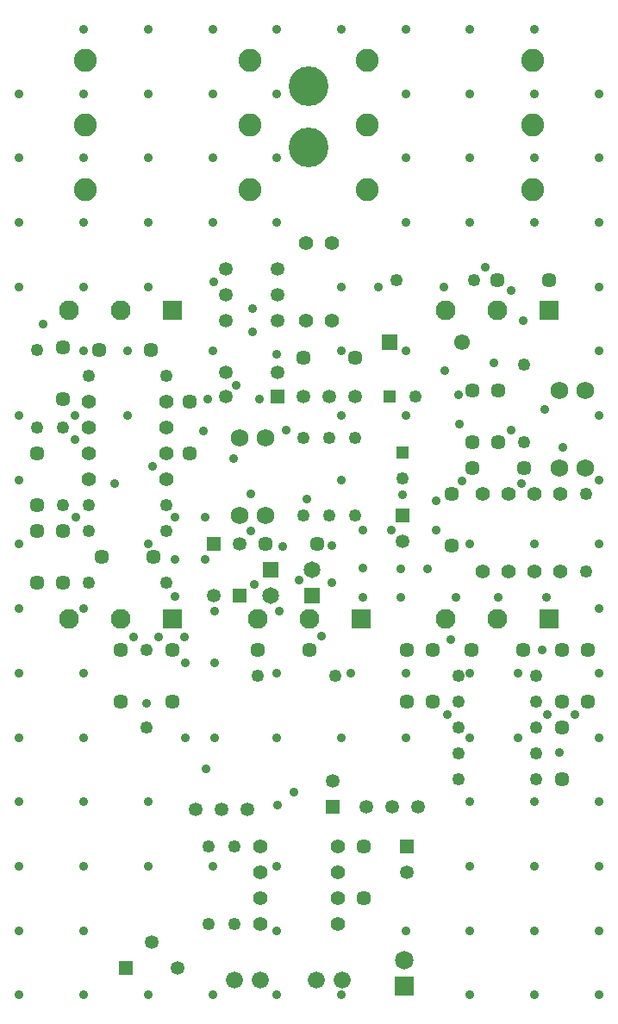
<source format=gts>
G04*
G04 #@! TF.GenerationSoftware,Altium Limited,Altium Designer,19.0.12 (326)*
G04*
G04 Layer_Color=8388736*
%FSLAX25Y25*%
%MOIN*%
G70*
G01*
G75*
%ADD18C,0.05315*%
%ADD19R,0.05315X0.05315*%
%ADD20R,0.05315X0.05315*%
%ADD21C,0.07678*%
%ADD22R,0.07678X0.07678*%
%ADD23C,0.06890*%
%ADD24C,0.05709*%
%ADD25C,0.04922*%
%ADD26C,0.06103*%
%ADD27R,0.06103X0.06103*%
%ADD28C,0.05591*%
%ADD29C,0.06497*%
%ADD30R,0.06497X0.06497*%
%ADD31C,0.15355*%
%ADD32C,0.07191*%
%ADD33R,0.07191X0.07191*%
%ADD34C,0.06591*%
%ADD35C,0.08859*%
%ADD36C,0.05316*%
%ADD37R,0.04922X0.04922*%
%ADD38R,0.04922X0.04922*%
%ADD39C,0.03591*%
D18*
X65525Y15189D02*
D03*
X55524Y25189D02*
D03*
X154070Y52000D02*
D03*
X125493Y87500D02*
D03*
X89500Y179000D02*
D03*
X79500Y159000D02*
D03*
X114000Y236000D02*
D03*
X124000D02*
D03*
X134000D02*
D03*
X92500Y76500D02*
D03*
X82500D02*
D03*
X72500D02*
D03*
X84000Y236000D02*
D03*
X138500Y77500D02*
D03*
X148500D02*
D03*
X158500D02*
D03*
X152500Y180000D02*
D03*
D19*
X45524Y15189D02*
D03*
X104000Y236000D02*
D03*
D20*
X154070Y62000D02*
D03*
X125493Y77500D02*
D03*
X89500Y159000D02*
D03*
X79500Y179000D02*
D03*
X152500Y190000D02*
D03*
D21*
X189000Y150000D02*
D03*
X169000D02*
D03*
X43500D02*
D03*
X23500D02*
D03*
X189000Y269500D02*
D03*
X169000D02*
D03*
X116500Y150000D02*
D03*
X96500D02*
D03*
X43500Y269500D02*
D03*
X23500D02*
D03*
D22*
X209000Y150000D02*
D03*
X63500D02*
D03*
X209000Y269500D02*
D03*
X136500Y150000D02*
D03*
X63500Y269500D02*
D03*
D23*
X89500Y219988D02*
D03*
X99500D02*
D03*
X89500Y189988D02*
D03*
X99500D02*
D03*
X213000Y238500D02*
D03*
X223000D02*
D03*
X213000Y208500D02*
D03*
X223000D02*
D03*
D24*
X189290Y281000D02*
D03*
X209290D02*
D03*
X171500Y178500D02*
D03*
Y198500D02*
D03*
X119500Y179000D02*
D03*
X99500D02*
D03*
X189500Y238500D02*
D03*
Y218500D02*
D03*
X199500Y208500D02*
D03*
X179500D02*
D03*
Y238500D02*
D03*
Y218500D02*
D03*
X55000Y254000D02*
D03*
X35000D02*
D03*
X21000Y235000D02*
D03*
Y255000D02*
D03*
X11000Y194000D02*
D03*
Y214000D02*
D03*
X56000Y174000D02*
D03*
X36000D02*
D03*
X21000Y164000D02*
D03*
Y184000D02*
D03*
X11000D02*
D03*
Y164000D02*
D03*
X63500Y138000D02*
D03*
Y118000D02*
D03*
X43500Y138000D02*
D03*
Y118000D02*
D03*
X96500Y138000D02*
D03*
X116500D02*
D03*
X164000Y118000D02*
D03*
Y138000D02*
D03*
X154000Y118000D02*
D03*
Y138000D02*
D03*
X224000D02*
D03*
Y118000D02*
D03*
X214000D02*
D03*
Y138000D02*
D03*
Y88000D02*
D03*
Y108000D02*
D03*
X179000Y138000D02*
D03*
X199000D02*
D03*
X114000Y251000D02*
D03*
X134000D02*
D03*
X137500Y42000D02*
D03*
Y62000D02*
D03*
X70000Y234000D02*
D03*
Y214000D02*
D03*
D25*
X180172Y281000D02*
D03*
X150171D02*
D03*
X223500Y198500D02*
D03*
Y168500D02*
D03*
X199500Y218500D02*
D03*
Y248500D02*
D03*
X31000Y244000D02*
D03*
X61000D02*
D03*
X11000Y254000D02*
D03*
Y224000D02*
D03*
X21000D02*
D03*
Y194000D02*
D03*
X61000D02*
D03*
X31000D02*
D03*
Y184000D02*
D03*
X61000D02*
D03*
X31000Y164000D02*
D03*
X61000D02*
D03*
X53500Y138000D02*
D03*
Y108000D02*
D03*
X96500Y128000D02*
D03*
X126500D02*
D03*
X174000D02*
D03*
X204000D02*
D03*
X174000Y118000D02*
D03*
X204000D02*
D03*
Y108000D02*
D03*
X174000D02*
D03*
X204000Y98000D02*
D03*
X174000D02*
D03*
Y88000D02*
D03*
X204000D02*
D03*
X77500Y62000D02*
D03*
Y32000D02*
D03*
X87500D02*
D03*
Y62000D02*
D03*
X114000Y220000D02*
D03*
Y190000D02*
D03*
X124000Y220000D02*
D03*
Y190000D02*
D03*
X157500Y236000D02*
D03*
X152500Y204500D02*
D03*
X134000Y190050D02*
D03*
Y220050D02*
D03*
D26*
X175500Y257000D02*
D03*
D27*
X147500D02*
D03*
D28*
X213500Y198500D02*
D03*
X203500D02*
D03*
X183500D02*
D03*
X193500D02*
D03*
X213500Y168500D02*
D03*
X203500D02*
D03*
X193500D02*
D03*
X183500D02*
D03*
X61000Y204000D02*
D03*
Y214000D02*
D03*
Y234000D02*
D03*
Y224000D02*
D03*
X31000Y204000D02*
D03*
Y214000D02*
D03*
Y224000D02*
D03*
Y234000D02*
D03*
X115000Y295500D02*
D03*
X125000D02*
D03*
Y265500D02*
D03*
X115000D02*
D03*
X127500Y32000D02*
D03*
Y42000D02*
D03*
Y62000D02*
D03*
Y52000D02*
D03*
X97500Y32000D02*
D03*
Y42000D02*
D03*
Y52000D02*
D03*
Y62000D02*
D03*
D29*
X101500Y159000D02*
D03*
X117500Y169000D02*
D03*
D30*
X101500D02*
D03*
X117500Y159000D02*
D03*
D31*
X116250Y355900D02*
D03*
Y332278D02*
D03*
D32*
X153000Y18000D02*
D03*
D33*
Y8000D02*
D03*
D34*
X119000Y10500D02*
D03*
X129000D02*
D03*
X87500D02*
D03*
X97500D02*
D03*
D35*
X138911Y341100D02*
D03*
X202809D02*
D03*
X138911Y366100D02*
D03*
X202809D02*
D03*
X138911Y316100D02*
D03*
X202809D02*
D03*
X29692Y341100D02*
D03*
X93590D02*
D03*
X29692Y366100D02*
D03*
X93590D02*
D03*
X29692Y316100D02*
D03*
X93590D02*
D03*
D36*
X84000Y245366D02*
D03*
Y265366D02*
D03*
Y275366D02*
D03*
Y285366D02*
D03*
X104000D02*
D03*
Y275366D02*
D03*
Y265366D02*
D03*
Y245366D02*
D03*
D37*
X147500Y236000D02*
D03*
D38*
X152500Y214500D02*
D03*
D39*
X79738Y153098D02*
D03*
X174000Y236722D02*
D03*
X168741Y246000D02*
D03*
X194500Y277000D02*
D03*
X112504Y165000D02*
D03*
X125084Y164000D02*
D03*
Y178500D02*
D03*
X148000Y184500D02*
D03*
X136991D02*
D03*
Y169700D02*
D03*
X79738Y104200D02*
D03*
X178600Y4600D02*
D03*
X54100Y353200D02*
D03*
X68500Y104200D02*
D03*
X87190Y212000D02*
D03*
X68306Y143000D02*
D03*
X4300Y203800D02*
D03*
X228400Y178900D02*
D03*
Y54400D02*
D03*
X136991Y158528D02*
D03*
X41000Y202500D02*
D03*
X203500Y4600D02*
D03*
Y303400D02*
D03*
X121285Y143500D02*
D03*
X54100Y178900D02*
D03*
X198500Y202528D02*
D03*
X13396Y264000D02*
D03*
X174434Y225500D02*
D03*
X79000Y328300D02*
D03*
X153700Y253600D02*
D03*
X213123Y98500D02*
D03*
X64500Y173123D02*
D03*
X46000Y253600D02*
D03*
X228400Y129100D02*
D03*
X46000Y228700D02*
D03*
X178600Y79300D02*
D03*
Y29500D02*
D03*
X153700Y129100D02*
D03*
Y378100D02*
D03*
X103900Y104200D02*
D03*
X29200Y278500D02*
D03*
X25690Y228700D02*
D03*
X143000Y278447D02*
D03*
X4300Y303400D02*
D03*
X203500Y353200D02*
D03*
X93910Y198500D02*
D03*
X106255Y178000D02*
D03*
X54100Y54400D02*
D03*
X48500Y143000D02*
D03*
X76000Y189276D02*
D03*
X103900Y353200D02*
D03*
Y29500D02*
D03*
X228400Y4600D02*
D03*
X197306Y104200D02*
D03*
X228400Y278500D02*
D03*
X79000Y353200D02*
D03*
X178600Y378100D02*
D03*
X29200Y253600D02*
D03*
X4300Y228700D02*
D03*
X173194Y158500D02*
D03*
X178600Y353200D02*
D03*
Y328300D02*
D03*
X153700Y353200D02*
D03*
X228400Y79300D02*
D03*
X4300Y154000D02*
D03*
X153700Y228700D02*
D03*
X103900Y303400D02*
D03*
X75500Y222590D02*
D03*
X171111Y142000D02*
D03*
X203500Y328300D02*
D03*
X29200D02*
D03*
X68500Y133000D02*
D03*
X175496Y203500D02*
D03*
X197306Y129100D02*
D03*
X79500Y280500D02*
D03*
X79000Y4600D02*
D03*
X54100Y79300D02*
D03*
X194500Y222925D02*
D03*
X4300Y278500D02*
D03*
X165500Y184500D02*
D03*
X152500Y198000D02*
D03*
X107500Y223041D02*
D03*
X115500Y196268D02*
D03*
X4300Y79300D02*
D03*
X79738Y133000D02*
D03*
X153700Y29500D02*
D03*
X178600Y54400D02*
D03*
X103900Y252500D02*
D03*
X4300Y4600D02*
D03*
X187866Y249000D02*
D03*
X103900Y129100D02*
D03*
X26000Y189500D02*
D03*
X64500Y158694D02*
D03*
X95146Y163500D02*
D03*
X29200Y154000D02*
D03*
X54100Y303400D02*
D03*
X151778Y158500D02*
D03*
X93910Y184000D02*
D03*
X94500Y261000D02*
D03*
X4300Y29500D02*
D03*
X228400Y104200D02*
D03*
X128800Y203800D02*
D03*
X29200Y129100D02*
D03*
X4300D02*
D03*
X208500Y113000D02*
D03*
X128800Y253600D02*
D03*
X25690Y219226D02*
D03*
X103900Y328300D02*
D03*
X199290Y265500D02*
D03*
X103900Y54400D02*
D03*
X208000Y158500D02*
D03*
X228400Y353200D02*
D03*
X79000Y54400D02*
D03*
X54100Y278500D02*
D03*
X228400Y29500D02*
D03*
Y228700D02*
D03*
X104000Y78000D02*
D03*
X54100Y328300D02*
D03*
X53604Y117500D02*
D03*
X79000Y378100D02*
D03*
X169806Y113000D02*
D03*
X110500Y83084D02*
D03*
X206590Y138000D02*
D03*
X219000Y113000D02*
D03*
X29200Y303400D02*
D03*
Y378100D02*
D03*
X4300Y328300D02*
D03*
X178600Y104200D02*
D03*
X88174Y240500D02*
D03*
X178600Y178900D02*
D03*
X128800Y228700D02*
D03*
X203500Y178900D02*
D03*
X228400Y154000D02*
D03*
X162306Y169500D02*
D03*
X207500Y230940D02*
D03*
X132504Y129100D02*
D03*
X103900Y378100D02*
D03*
X29200Y104200D02*
D03*
X165500Y195617D02*
D03*
X77000Y235200D02*
D03*
X54100Y378100D02*
D03*
X29200Y4600D02*
D03*
X189320Y158500D02*
D03*
X4300Y104200D02*
D03*
X228400Y328300D02*
D03*
Y203800D02*
D03*
X76000Y173123D02*
D03*
X203500Y378100D02*
D03*
Y29500D02*
D03*
X76500Y92000D02*
D03*
X79000Y303400D02*
D03*
X29200Y29500D02*
D03*
X168566Y278447D02*
D03*
X151778Y169500D02*
D03*
X228400Y303400D02*
D03*
X64500Y189276D02*
D03*
X178600Y303400D02*
D03*
Y129100D02*
D03*
X203500Y79300D02*
D03*
X128800Y104200D02*
D03*
Y4600D02*
D03*
X29200Y79300D02*
D03*
X79000Y253600D02*
D03*
X203500Y54400D02*
D03*
X153700Y104200D02*
D03*
X4300Y353200D02*
D03*
Y178900D02*
D03*
X153700Y303400D02*
D03*
Y328300D02*
D03*
X128800Y278500D02*
D03*
X55877Y209000D02*
D03*
X228400Y253600D02*
D03*
X184362Y286000D02*
D03*
X94500Y270000D02*
D03*
X29200Y54400D02*
D03*
X128800Y378100D02*
D03*
X58009Y143000D02*
D03*
X104826Y153000D02*
D03*
X97000Y235200D02*
D03*
X214500Y216246D02*
D03*
X4300Y54400D02*
D03*
X54100Y4600D02*
D03*
X103900D02*
D03*
X29200Y353200D02*
D03*
M02*

</source>
